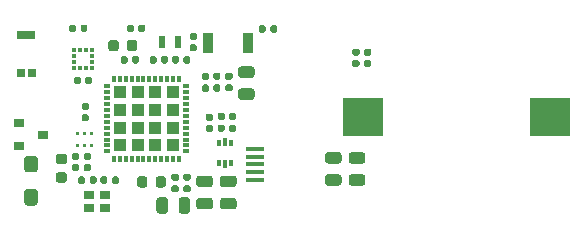
<source format=gbr>
%TF.GenerationSoftware,KiCad,Pcbnew,5.1.6-c6e7f7d~87~ubuntu18.04.1*%
%TF.CreationDate,2020-08-02T20:24:30+02:00*%
%TF.ProjectId,SKnob,534b6e6f-622e-46b6-9963-61645f706362,1.0*%
%TF.SameCoordinates,Original*%
%TF.FileFunction,Paste,Top*%
%TF.FilePolarity,Positive*%
%FSLAX46Y46*%
G04 Gerber Fmt 4.6, Leading zero omitted, Abs format (unit mm)*
G04 Created by KiCad (PCBNEW 5.1.6-c6e7f7d~87~ubuntu18.04.1) date 2020-08-02 20:24:30*
%MOMM*%
%LPD*%
G01*
G04 APERTURE LIST*
%ADD10R,0.600000X1.100000*%
%ADD11R,0.375000X0.500000*%
%ADD12R,0.300000X0.650000*%
%ADD13R,1.500000X0.450000*%
%ADD14R,0.900000X0.800000*%
%ADD15R,0.650000X0.800000*%
%ADD16R,1.600000X0.800000*%
%ADD17R,1.000000X1.000000*%
%ADD18R,0.304800X0.558800*%
%ADD19R,0.558800X0.304800*%
%ADD20R,0.900000X1.700000*%
%ADD21R,0.410000X0.350000*%
%ADD22R,0.350000X0.410000*%
%ADD23R,3.500000X3.300000*%
G04 APERTURE END LIST*
D10*
%TO.C,Y2*%
X117475000Y-74175000D03*
X116075000Y-74175000D03*
%TD*%
%TO.C,C15*%
G36*
G01*
X119243750Y-87350000D02*
X120156250Y-87350000D01*
G75*
G02*
X120400000Y-87593750I0J-243750D01*
G01*
X120400000Y-88081250D01*
G75*
G02*
X120156250Y-88325000I-243750J0D01*
G01*
X119243750Y-88325000D01*
G75*
G02*
X119000000Y-88081250I0J243750D01*
G01*
X119000000Y-87593750D01*
G75*
G02*
X119243750Y-87350000I243750J0D01*
G01*
G37*
G36*
G01*
X119243750Y-85475000D02*
X120156250Y-85475000D01*
G75*
G02*
X120400000Y-85718750I0J-243750D01*
G01*
X120400000Y-86206250D01*
G75*
G02*
X120156250Y-86450000I-243750J0D01*
G01*
X119243750Y-86450000D01*
G75*
G02*
X119000000Y-86206250I0J243750D01*
G01*
X119000000Y-85718750D01*
G75*
G02*
X119243750Y-85475000I243750J0D01*
G01*
G37*
%TD*%
D11*
%TO.C,U3*%
X121949500Y-84416000D03*
X120874500Y-84416000D03*
D12*
X121412000Y-82641000D03*
X121412000Y-84491000D03*
D11*
X120874500Y-82716000D03*
X121949500Y-82716000D03*
%TD*%
D13*
%TO.C,J1*%
X123975000Y-85800000D03*
X123975000Y-83200000D03*
X123975000Y-85150000D03*
X123975000Y-83850000D03*
X123975000Y-84500000D03*
%TD*%
D14*
%TO.C,Q1*%
X106000000Y-82000000D03*
X104000000Y-82950000D03*
X104000000Y-81050000D03*
%TD*%
%TO.C,BZ1*%
G36*
G01*
X104400000Y-87700000D02*
X104400000Y-86900000D01*
G75*
G02*
X104700000Y-86600000I300000J0D01*
G01*
X105300000Y-86600000D01*
G75*
G02*
X105600000Y-86900000I0J-300000D01*
G01*
X105600000Y-87700000D01*
G75*
G02*
X105300000Y-88000000I-300000J0D01*
G01*
X104700000Y-88000000D01*
G75*
G02*
X104400000Y-87700000I0J300000D01*
G01*
G37*
G36*
G01*
X104400000Y-84900000D02*
X104400000Y-84100000D01*
G75*
G02*
X104700000Y-83800000I300000J0D01*
G01*
X105300000Y-83800000D01*
G75*
G02*
X105600000Y-84100000I0J-300000D01*
G01*
X105600000Y-84900000D01*
G75*
G02*
X105300000Y-85200000I-300000J0D01*
G01*
X104700000Y-85200000D01*
G75*
G02*
X104400000Y-84900000I0J300000D01*
G01*
G37*
%TD*%
%TO.C,Y1*%
X111270000Y-88210000D03*
X109870000Y-88210000D03*
X109870000Y-87110000D03*
X111270000Y-87110000D03*
%TD*%
D15*
%TO.C,ANT1*%
X104125000Y-76800000D03*
X105075000Y-76800000D03*
D16*
X104600000Y-73600000D03*
%TD*%
D17*
%TO.C,U1*%
X114020000Y-82910000D03*
X114020000Y-81410000D03*
X114020000Y-79910000D03*
X112520000Y-82910000D03*
X112520000Y-81410000D03*
X112520000Y-79910000D03*
X112520000Y-78410000D03*
X114020000Y-78410000D03*
X115520000Y-78410000D03*
X115520000Y-79910000D03*
X115520000Y-81410000D03*
X115520000Y-82910000D03*
X117020000Y-82910000D03*
X117020000Y-81410000D03*
X117020000Y-79910000D03*
X117020000Y-78410000D03*
D18*
X117520693Y-77285000D03*
X117020567Y-77285000D03*
X116520441Y-77285000D03*
X116020315Y-77285000D03*
X115520189Y-77285000D03*
X115020063Y-77285000D03*
X114519937Y-77285000D03*
X114019811Y-77285000D03*
X113519685Y-77285000D03*
X113019559Y-77285000D03*
X112519433Y-77285000D03*
X112019307Y-77285000D03*
D19*
X111395000Y-77909307D03*
X111395000Y-78409433D03*
X111395000Y-78909559D03*
X111395000Y-79409685D03*
X111395000Y-79909811D03*
X111395000Y-80409937D03*
X111395000Y-80910063D03*
X111395000Y-81410189D03*
X111395000Y-81910315D03*
X111395000Y-82410441D03*
X111395000Y-82910567D03*
X111395000Y-83410693D03*
D18*
X112019307Y-84035000D03*
X112519433Y-84035000D03*
X113019559Y-84035000D03*
X113519685Y-84035000D03*
X114019811Y-84035000D03*
X114519937Y-84035000D03*
X115020063Y-84035000D03*
X115520189Y-84035000D03*
X116020315Y-84035000D03*
X116520441Y-84035000D03*
X117020567Y-84035000D03*
X117520693Y-84035000D03*
D19*
X118145000Y-83410693D03*
X118145000Y-82910567D03*
X118145000Y-82410441D03*
X118145000Y-81910315D03*
X118145000Y-81410189D03*
X118145000Y-80910063D03*
X118145000Y-80409937D03*
X118145000Y-79909811D03*
X118145000Y-79409685D03*
X118145000Y-78909559D03*
X118145000Y-78409433D03*
X118145000Y-77909307D03*
%TD*%
D20*
%TO.C,SW1*%
X123375000Y-74250000D03*
X119975000Y-74250000D03*
%TD*%
%TO.C,FLT1*%
G36*
G01*
X110042000Y-82770000D02*
X110192000Y-82770000D01*
G75*
G02*
X110267000Y-82845000I0J-75000D01*
G01*
X110267000Y-82995000D01*
G75*
G02*
X110192000Y-83070000I-75000J0D01*
G01*
X110042000Y-83070000D01*
G75*
G02*
X109967000Y-82995000I0J75000D01*
G01*
X109967000Y-82845000D01*
G75*
G02*
X110042000Y-82770000I75000J0D01*
G01*
G37*
G36*
G01*
X109455000Y-82770000D02*
X109605000Y-82770000D01*
G75*
G02*
X109680000Y-82845000I0J-75000D01*
G01*
X109680000Y-82995000D01*
G75*
G02*
X109605000Y-83070000I-75000J0D01*
G01*
X109455000Y-83070000D01*
G75*
G02*
X109380000Y-82995000I0J75000D01*
G01*
X109380000Y-82845000D01*
G75*
G02*
X109455000Y-82770000I75000J0D01*
G01*
G37*
G36*
G01*
X108868000Y-82770000D02*
X109018000Y-82770000D01*
G75*
G02*
X109093000Y-82845000I0J-75000D01*
G01*
X109093000Y-82995000D01*
G75*
G02*
X109018000Y-83070000I-75000J0D01*
G01*
X108868000Y-83070000D01*
G75*
G02*
X108793000Y-82995000I0J75000D01*
G01*
X108793000Y-82845000D01*
G75*
G02*
X108868000Y-82770000I75000J0D01*
G01*
G37*
G36*
G01*
X108868000Y-81770000D02*
X109018000Y-81770000D01*
G75*
G02*
X109093000Y-81845000I0J-75000D01*
G01*
X109093000Y-81995000D01*
G75*
G02*
X109018000Y-82070000I-75000J0D01*
G01*
X108868000Y-82070000D01*
G75*
G02*
X108793000Y-81995000I0J75000D01*
G01*
X108793000Y-81845000D01*
G75*
G02*
X108868000Y-81770000I75000J0D01*
G01*
G37*
G36*
G01*
X109455000Y-81770000D02*
X109605000Y-81770000D01*
G75*
G02*
X109680000Y-81845000I0J-75000D01*
G01*
X109680000Y-81995000D01*
G75*
G02*
X109605000Y-82070000I-75000J0D01*
G01*
X109455000Y-82070000D01*
G75*
G02*
X109380000Y-81995000I0J75000D01*
G01*
X109380000Y-81845000D01*
G75*
G02*
X109455000Y-81770000I75000J0D01*
G01*
G37*
G36*
G01*
X110042000Y-81770000D02*
X110192000Y-81770000D01*
G75*
G02*
X110267000Y-81845000I0J-75000D01*
G01*
X110267000Y-81995000D01*
G75*
G02*
X110192000Y-82070000I-75000J0D01*
G01*
X110042000Y-82070000D01*
G75*
G02*
X109967000Y-81995000I0J75000D01*
G01*
X109967000Y-81845000D01*
G75*
G02*
X110042000Y-81770000I75000J0D01*
G01*
G37*
%TD*%
D21*
%TO.C,U2*%
X110150000Y-75350000D03*
X110150000Y-75850000D03*
D22*
X110150000Y-76350000D03*
X109650000Y-76350000D03*
X109150000Y-76350000D03*
X108650000Y-76350000D03*
D21*
X108650000Y-75850000D03*
X108650000Y-75350000D03*
D22*
X108650000Y-74850000D03*
X109150000Y-74850000D03*
X109650000Y-74850000D03*
X110150000Y-74850000D03*
%TD*%
%TO.C,L4*%
G36*
G01*
X115550000Y-86256250D02*
X115550000Y-85743750D01*
G75*
G02*
X115768750Y-85525000I218750J0D01*
G01*
X116206250Y-85525000D01*
G75*
G02*
X116425000Y-85743750I0J-218750D01*
G01*
X116425000Y-86256250D01*
G75*
G02*
X116206250Y-86475000I-218750J0D01*
G01*
X115768750Y-86475000D01*
G75*
G02*
X115550000Y-86256250I0J218750D01*
G01*
G37*
G36*
G01*
X113975000Y-86256250D02*
X113975000Y-85743750D01*
G75*
G02*
X114193750Y-85525000I218750J0D01*
G01*
X114631250Y-85525000D01*
G75*
G02*
X114850000Y-85743750I0J-218750D01*
G01*
X114850000Y-86256250D01*
G75*
G02*
X114631250Y-86475000I-218750J0D01*
G01*
X114193750Y-86475000D01*
G75*
G02*
X113975000Y-86256250I0J218750D01*
G01*
G37*
%TD*%
%TO.C,D1*%
G36*
G01*
X124885000Y-72877500D02*
X124885000Y-73222500D01*
G75*
G02*
X124737500Y-73370000I-147500J0D01*
G01*
X124442500Y-73370000D01*
G75*
G02*
X124295000Y-73222500I0J147500D01*
G01*
X124295000Y-72877500D01*
G75*
G02*
X124442500Y-72730000I147500J0D01*
G01*
X124737500Y-72730000D01*
G75*
G02*
X124885000Y-72877500I0J-147500D01*
G01*
G37*
G36*
G01*
X125855000Y-72877500D02*
X125855000Y-73222500D01*
G75*
G02*
X125707500Y-73370000I-147500J0D01*
G01*
X125412500Y-73370000D01*
G75*
G02*
X125265000Y-73222500I0J147500D01*
G01*
X125265000Y-72877500D01*
G75*
G02*
X125412500Y-72730000I147500J0D01*
G01*
X125707500Y-72730000D01*
G75*
G02*
X125855000Y-72877500I0J-147500D01*
G01*
G37*
%TD*%
%TO.C,C23*%
G36*
G01*
X118577500Y-74365000D02*
X118922500Y-74365000D01*
G75*
G02*
X119070000Y-74512500I0J-147500D01*
G01*
X119070000Y-74807500D01*
G75*
G02*
X118922500Y-74955000I-147500J0D01*
G01*
X118577500Y-74955000D01*
G75*
G02*
X118430000Y-74807500I0J147500D01*
G01*
X118430000Y-74512500D01*
G75*
G02*
X118577500Y-74365000I147500J0D01*
G01*
G37*
G36*
G01*
X118577500Y-73395000D02*
X118922500Y-73395000D01*
G75*
G02*
X119070000Y-73542500I0J-147500D01*
G01*
X119070000Y-73837500D01*
G75*
G02*
X118922500Y-73985000I-147500J0D01*
G01*
X118577500Y-73985000D01*
G75*
G02*
X118430000Y-73837500I0J147500D01*
G01*
X118430000Y-73542500D01*
G75*
G02*
X118577500Y-73395000I147500J0D01*
G01*
G37*
%TD*%
%TO.C,C27*%
G36*
G01*
X109210000Y-77227500D02*
X109210000Y-77572500D01*
G75*
G02*
X109062500Y-77720000I-147500J0D01*
G01*
X108767500Y-77720000D01*
G75*
G02*
X108620000Y-77572500I0J147500D01*
G01*
X108620000Y-77227500D01*
G75*
G02*
X108767500Y-77080000I147500J0D01*
G01*
X109062500Y-77080000D01*
G75*
G02*
X109210000Y-77227500I0J-147500D01*
G01*
G37*
G36*
G01*
X110180000Y-77227500D02*
X110180000Y-77572500D01*
G75*
G02*
X110032500Y-77720000I-147500J0D01*
G01*
X109737500Y-77720000D01*
G75*
G02*
X109590000Y-77572500I0J147500D01*
G01*
X109590000Y-77227500D01*
G75*
G02*
X109737500Y-77080000I147500J0D01*
G01*
X110032500Y-77080000D01*
G75*
G02*
X110180000Y-77227500I0J-147500D01*
G01*
G37*
%TD*%
%TO.C,R4*%
G36*
G01*
X108810000Y-72827500D02*
X108810000Y-73172500D01*
G75*
G02*
X108662500Y-73320000I-147500J0D01*
G01*
X108367500Y-73320000D01*
G75*
G02*
X108220000Y-73172500I0J147500D01*
G01*
X108220000Y-72827500D01*
G75*
G02*
X108367500Y-72680000I147500J0D01*
G01*
X108662500Y-72680000D01*
G75*
G02*
X108810000Y-72827500I0J-147500D01*
G01*
G37*
G36*
G01*
X109780000Y-72827500D02*
X109780000Y-73172500D01*
G75*
G02*
X109632500Y-73320000I-147500J0D01*
G01*
X109337500Y-73320000D01*
G75*
G02*
X109190000Y-73172500I0J147500D01*
G01*
X109190000Y-72827500D01*
G75*
G02*
X109337500Y-72680000I147500J0D01*
G01*
X109632500Y-72680000D01*
G75*
G02*
X109780000Y-72827500I0J-147500D01*
G01*
G37*
%TD*%
D23*
%TO.C,BT1*%
X148900000Y-80500000D03*
X133100000Y-80500000D03*
%TD*%
%TO.C,C26*%
G36*
G01*
X132143750Y-85350000D02*
X133056250Y-85350000D01*
G75*
G02*
X133300000Y-85593750I0J-243750D01*
G01*
X133300000Y-86081250D01*
G75*
G02*
X133056250Y-86325000I-243750J0D01*
G01*
X132143750Y-86325000D01*
G75*
G02*
X131900000Y-86081250I0J243750D01*
G01*
X131900000Y-85593750D01*
G75*
G02*
X132143750Y-85350000I243750J0D01*
G01*
G37*
G36*
G01*
X132143750Y-83475000D02*
X133056250Y-83475000D01*
G75*
G02*
X133300000Y-83718750I0J-243750D01*
G01*
X133300000Y-84206250D01*
G75*
G02*
X133056250Y-84450000I-243750J0D01*
G01*
X132143750Y-84450000D01*
G75*
G02*
X131900000Y-84206250I0J243750D01*
G01*
X131900000Y-83718750D01*
G75*
G02*
X132143750Y-83475000I243750J0D01*
G01*
G37*
%TD*%
%TO.C,C25*%
G36*
G01*
X130143750Y-85350000D02*
X131056250Y-85350000D01*
G75*
G02*
X131300000Y-85593750I0J-243750D01*
G01*
X131300000Y-86081250D01*
G75*
G02*
X131056250Y-86325000I-243750J0D01*
G01*
X130143750Y-86325000D01*
G75*
G02*
X129900000Y-86081250I0J243750D01*
G01*
X129900000Y-85593750D01*
G75*
G02*
X130143750Y-85350000I243750J0D01*
G01*
G37*
G36*
G01*
X130143750Y-83475000D02*
X131056250Y-83475000D01*
G75*
G02*
X131300000Y-83718750I0J-243750D01*
G01*
X131300000Y-84206250D01*
G75*
G02*
X131056250Y-84450000I-243750J0D01*
G01*
X130143750Y-84450000D01*
G75*
G02*
X129900000Y-84206250I0J243750D01*
G01*
X129900000Y-83718750D01*
G75*
G02*
X130143750Y-83475000I243750J0D01*
G01*
G37*
%TD*%
%TO.C,C24*%
G36*
G01*
X132672500Y-75310000D02*
X132327500Y-75310000D01*
G75*
G02*
X132180000Y-75162500I0J147500D01*
G01*
X132180000Y-74867500D01*
G75*
G02*
X132327500Y-74720000I147500J0D01*
G01*
X132672500Y-74720000D01*
G75*
G02*
X132820000Y-74867500I0J-147500D01*
G01*
X132820000Y-75162500D01*
G75*
G02*
X132672500Y-75310000I-147500J0D01*
G01*
G37*
G36*
G01*
X132672500Y-76280000D02*
X132327500Y-76280000D01*
G75*
G02*
X132180000Y-76132500I0J147500D01*
G01*
X132180000Y-75837500D01*
G75*
G02*
X132327500Y-75690000I147500J0D01*
G01*
X132672500Y-75690000D01*
G75*
G02*
X132820000Y-75837500I0J-147500D01*
G01*
X132820000Y-76132500D01*
G75*
G02*
X132672500Y-76280000I-147500J0D01*
G01*
G37*
%TD*%
%TO.C,C22*%
G36*
G01*
X133672500Y-75310000D02*
X133327500Y-75310000D01*
G75*
G02*
X133180000Y-75162500I0J147500D01*
G01*
X133180000Y-74867500D01*
G75*
G02*
X133327500Y-74720000I147500J0D01*
G01*
X133672500Y-74720000D01*
G75*
G02*
X133820000Y-74867500I0J-147500D01*
G01*
X133820000Y-75162500D01*
G75*
G02*
X133672500Y-75310000I-147500J0D01*
G01*
G37*
G36*
G01*
X133672500Y-76280000D02*
X133327500Y-76280000D01*
G75*
G02*
X133180000Y-76132500I0J147500D01*
G01*
X133180000Y-75837500D01*
G75*
G02*
X133327500Y-75690000I147500J0D01*
G01*
X133672500Y-75690000D01*
G75*
G02*
X133820000Y-75837500I0J-147500D01*
G01*
X133820000Y-76132500D01*
G75*
G02*
X133672500Y-76280000I-147500J0D01*
G01*
G37*
%TD*%
%TO.C,R2*%
G36*
G01*
X114090000Y-73172500D02*
X114090000Y-72827500D01*
G75*
G02*
X114237500Y-72680000I147500J0D01*
G01*
X114532500Y-72680000D01*
G75*
G02*
X114680000Y-72827500I0J-147500D01*
G01*
X114680000Y-73172500D01*
G75*
G02*
X114532500Y-73320000I-147500J0D01*
G01*
X114237500Y-73320000D01*
G75*
G02*
X114090000Y-73172500I0J147500D01*
G01*
G37*
G36*
G01*
X113120000Y-73172500D02*
X113120000Y-72827500D01*
G75*
G02*
X113267500Y-72680000I147500J0D01*
G01*
X113562500Y-72680000D01*
G75*
G02*
X113710000Y-72827500I0J-147500D01*
G01*
X113710000Y-73172500D01*
G75*
G02*
X113562500Y-73320000I-147500J0D01*
G01*
X113267500Y-73320000D01*
G75*
G02*
X113120000Y-73172500I0J147500D01*
G01*
G37*
%TD*%
%TO.C,R1*%
G36*
G01*
X121380000Y-81287500D02*
X121380000Y-81632500D01*
G75*
G02*
X121232500Y-81780000I-147500J0D01*
G01*
X120937500Y-81780000D01*
G75*
G02*
X120790000Y-81632500I0J147500D01*
G01*
X120790000Y-81287500D01*
G75*
G02*
X120937500Y-81140000I147500J0D01*
G01*
X121232500Y-81140000D01*
G75*
G02*
X121380000Y-81287500I0J-147500D01*
G01*
G37*
G36*
G01*
X122350000Y-81287500D02*
X122350000Y-81632500D01*
G75*
G02*
X122202500Y-81780000I-147500J0D01*
G01*
X121907500Y-81780000D01*
G75*
G02*
X121760000Y-81632500I0J147500D01*
G01*
X121760000Y-81287500D01*
G75*
G02*
X121907500Y-81140000I147500J0D01*
G01*
X122202500Y-81140000D01*
G75*
G02*
X122350000Y-81287500I0J-147500D01*
G01*
G37*
%TD*%
%TO.C,C21*%
G36*
G01*
X121922500Y-77360000D02*
X121577500Y-77360000D01*
G75*
G02*
X121430000Y-77212500I0J147500D01*
G01*
X121430000Y-76917500D01*
G75*
G02*
X121577500Y-76770000I147500J0D01*
G01*
X121922500Y-76770000D01*
G75*
G02*
X122070000Y-76917500I0J-147500D01*
G01*
X122070000Y-77212500D01*
G75*
G02*
X121922500Y-77360000I-147500J0D01*
G01*
G37*
G36*
G01*
X121922500Y-78330000D02*
X121577500Y-78330000D01*
G75*
G02*
X121430000Y-78182500I0J147500D01*
G01*
X121430000Y-77887500D01*
G75*
G02*
X121577500Y-77740000I147500J0D01*
G01*
X121922500Y-77740000D01*
G75*
G02*
X122070000Y-77887500I0J-147500D01*
G01*
X122070000Y-78182500D01*
G75*
G02*
X121922500Y-78330000I-147500J0D01*
G01*
G37*
%TD*%
%TO.C,C20*%
G36*
G01*
X123686250Y-77190000D02*
X122773750Y-77190000D01*
G75*
G02*
X122530000Y-76946250I0J243750D01*
G01*
X122530000Y-76458750D01*
G75*
G02*
X122773750Y-76215000I243750J0D01*
G01*
X123686250Y-76215000D01*
G75*
G02*
X123930000Y-76458750I0J-243750D01*
G01*
X123930000Y-76946250D01*
G75*
G02*
X123686250Y-77190000I-243750J0D01*
G01*
G37*
G36*
G01*
X123686250Y-79065000D02*
X122773750Y-79065000D01*
G75*
G02*
X122530000Y-78821250I0J243750D01*
G01*
X122530000Y-78333750D01*
G75*
G02*
X122773750Y-78090000I243750J0D01*
G01*
X123686250Y-78090000D01*
G75*
G02*
X123930000Y-78333750I0J-243750D01*
G01*
X123930000Y-78821250D01*
G75*
G02*
X123686250Y-79065000I-243750J0D01*
G01*
G37*
%TD*%
%TO.C,C19*%
G36*
G01*
X115640000Y-75487500D02*
X115640000Y-75832500D01*
G75*
G02*
X115492500Y-75980000I-147500J0D01*
G01*
X115197500Y-75980000D01*
G75*
G02*
X115050000Y-75832500I0J147500D01*
G01*
X115050000Y-75487500D01*
G75*
G02*
X115197500Y-75340000I147500J0D01*
G01*
X115492500Y-75340000D01*
G75*
G02*
X115640000Y-75487500I0J-147500D01*
G01*
G37*
G36*
G01*
X116610000Y-75487500D02*
X116610000Y-75832500D01*
G75*
G02*
X116462500Y-75980000I-147500J0D01*
G01*
X116167500Y-75980000D01*
G75*
G02*
X116020000Y-75832500I0J147500D01*
G01*
X116020000Y-75487500D01*
G75*
G02*
X116167500Y-75340000I147500J0D01*
G01*
X116462500Y-75340000D01*
G75*
G02*
X116610000Y-75487500I0J-147500D01*
G01*
G37*
%TD*%
%TO.C,C18*%
G36*
G01*
X109580000Y-85687500D02*
X109580000Y-86032500D01*
G75*
G02*
X109432500Y-86180000I-147500J0D01*
G01*
X109137500Y-86180000D01*
G75*
G02*
X108990000Y-86032500I0J147500D01*
G01*
X108990000Y-85687500D01*
G75*
G02*
X109137500Y-85540000I147500J0D01*
G01*
X109432500Y-85540000D01*
G75*
G02*
X109580000Y-85687500I0J-147500D01*
G01*
G37*
G36*
G01*
X110550000Y-85687500D02*
X110550000Y-86032500D01*
G75*
G02*
X110402500Y-86180000I-147500J0D01*
G01*
X110107500Y-86180000D01*
G75*
G02*
X109960000Y-86032500I0J147500D01*
G01*
X109960000Y-85687500D01*
G75*
G02*
X110107500Y-85540000I147500J0D01*
G01*
X110402500Y-85540000D01*
G75*
G02*
X110550000Y-85687500I0J-147500D01*
G01*
G37*
%TD*%
%TO.C,C17*%
G36*
G01*
X117905000Y-75832500D02*
X117905000Y-75487500D01*
G75*
G02*
X118052500Y-75340000I147500J0D01*
G01*
X118347500Y-75340000D01*
G75*
G02*
X118495000Y-75487500I0J-147500D01*
G01*
X118495000Y-75832500D01*
G75*
G02*
X118347500Y-75980000I-147500J0D01*
G01*
X118052500Y-75980000D01*
G75*
G02*
X117905000Y-75832500I0J147500D01*
G01*
G37*
G36*
G01*
X116935000Y-75832500D02*
X116935000Y-75487500D01*
G75*
G02*
X117082500Y-75340000I147500J0D01*
G01*
X117377500Y-75340000D01*
G75*
G02*
X117525000Y-75487500I0J-147500D01*
G01*
X117525000Y-75832500D01*
G75*
G02*
X117377500Y-75980000I-147500J0D01*
G01*
X117082500Y-75980000D01*
G75*
G02*
X116935000Y-75832500I0J147500D01*
G01*
G37*
%TD*%
%TO.C,C16*%
G36*
G01*
X111845000Y-86032500D02*
X111845000Y-85687500D01*
G75*
G02*
X111992500Y-85540000I147500J0D01*
G01*
X112287500Y-85540000D01*
G75*
G02*
X112435000Y-85687500I0J-147500D01*
G01*
X112435000Y-86032500D01*
G75*
G02*
X112287500Y-86180000I-147500J0D01*
G01*
X111992500Y-86180000D01*
G75*
G02*
X111845000Y-86032500I0J147500D01*
G01*
G37*
G36*
G01*
X110875000Y-86032500D02*
X110875000Y-85687500D01*
G75*
G02*
X111022500Y-85540000I147500J0D01*
G01*
X111317500Y-85540000D01*
G75*
G02*
X111465000Y-85687500I0J-147500D01*
G01*
X111465000Y-86032500D01*
G75*
G02*
X111317500Y-86180000I-147500J0D01*
G01*
X111022500Y-86180000D01*
G75*
G02*
X110875000Y-86032500I0J147500D01*
G01*
G37*
%TD*%
%TO.C,C14*%
G36*
G01*
X118027500Y-86290000D02*
X118372500Y-86290000D01*
G75*
G02*
X118520000Y-86437500I0J-147500D01*
G01*
X118520000Y-86732500D01*
G75*
G02*
X118372500Y-86880000I-147500J0D01*
G01*
X118027500Y-86880000D01*
G75*
G02*
X117880000Y-86732500I0J147500D01*
G01*
X117880000Y-86437500D01*
G75*
G02*
X118027500Y-86290000I147500J0D01*
G01*
G37*
G36*
G01*
X118027500Y-85320000D02*
X118372500Y-85320000D01*
G75*
G02*
X118520000Y-85467500I0J-147500D01*
G01*
X118520000Y-85762500D01*
G75*
G02*
X118372500Y-85910000I-147500J0D01*
G01*
X118027500Y-85910000D01*
G75*
G02*
X117880000Y-85762500I0J147500D01*
G01*
X117880000Y-85467500D01*
G75*
G02*
X118027500Y-85320000I147500J0D01*
G01*
G37*
%TD*%
%TO.C,C13*%
G36*
G01*
X117487500Y-88456250D02*
X117487500Y-87543750D01*
G75*
G02*
X117731250Y-87300000I243750J0D01*
G01*
X118218750Y-87300000D01*
G75*
G02*
X118462500Y-87543750I0J-243750D01*
G01*
X118462500Y-88456250D01*
G75*
G02*
X118218750Y-88700000I-243750J0D01*
G01*
X117731250Y-88700000D01*
G75*
G02*
X117487500Y-88456250I0J243750D01*
G01*
G37*
G36*
G01*
X115612500Y-88456250D02*
X115612500Y-87543750D01*
G75*
G02*
X115856250Y-87300000I243750J0D01*
G01*
X116343750Y-87300000D01*
G75*
G02*
X116587500Y-87543750I0J-243750D01*
G01*
X116587500Y-88456250D01*
G75*
G02*
X116343750Y-88700000I-243750J0D01*
G01*
X115856250Y-88700000D01*
G75*
G02*
X115612500Y-88456250I0J243750D01*
G01*
G37*
%TD*%
%TO.C,C12*%
G36*
G01*
X120445000Y-77232500D02*
X120445000Y-76887500D01*
G75*
G02*
X120592500Y-76740000I147500J0D01*
G01*
X120887500Y-76740000D01*
G75*
G02*
X121035000Y-76887500I0J-147500D01*
G01*
X121035000Y-77232500D01*
G75*
G02*
X120887500Y-77380000I-147500J0D01*
G01*
X120592500Y-77380000D01*
G75*
G02*
X120445000Y-77232500I0J147500D01*
G01*
G37*
G36*
G01*
X119475000Y-77232500D02*
X119475000Y-76887500D01*
G75*
G02*
X119622500Y-76740000I147500J0D01*
G01*
X119917500Y-76740000D01*
G75*
G02*
X120065000Y-76887500I0J-147500D01*
G01*
X120065000Y-77232500D01*
G75*
G02*
X119917500Y-77380000I-147500J0D01*
G01*
X119622500Y-77380000D01*
G75*
G02*
X119475000Y-77232500I0J147500D01*
G01*
G37*
%TD*%
%TO.C,C11*%
G36*
G01*
X120272500Y-80810000D02*
X119927500Y-80810000D01*
G75*
G02*
X119780000Y-80662500I0J147500D01*
G01*
X119780000Y-80367500D01*
G75*
G02*
X119927500Y-80220000I147500J0D01*
G01*
X120272500Y-80220000D01*
G75*
G02*
X120420000Y-80367500I0J-147500D01*
G01*
X120420000Y-80662500D01*
G75*
G02*
X120272500Y-80810000I-147500J0D01*
G01*
G37*
G36*
G01*
X120272500Y-81780000D02*
X119927500Y-81780000D01*
G75*
G02*
X119780000Y-81632500I0J147500D01*
G01*
X119780000Y-81337500D01*
G75*
G02*
X119927500Y-81190000I147500J0D01*
G01*
X120272500Y-81190000D01*
G75*
G02*
X120420000Y-81337500I0J-147500D01*
G01*
X120420000Y-81632500D01*
G75*
G02*
X120272500Y-81780000I-147500J0D01*
G01*
G37*
%TD*%
%TO.C,C6*%
G36*
G01*
X121243750Y-87350000D02*
X122156250Y-87350000D01*
G75*
G02*
X122400000Y-87593750I0J-243750D01*
G01*
X122400000Y-88081250D01*
G75*
G02*
X122156250Y-88325000I-243750J0D01*
G01*
X121243750Y-88325000D01*
G75*
G02*
X121000000Y-88081250I0J243750D01*
G01*
X121000000Y-87593750D01*
G75*
G02*
X121243750Y-87350000I243750J0D01*
G01*
G37*
G36*
G01*
X121243750Y-85475000D02*
X122156250Y-85475000D01*
G75*
G02*
X122400000Y-85718750I0J-243750D01*
G01*
X122400000Y-86206250D01*
G75*
G02*
X122156250Y-86450000I-243750J0D01*
G01*
X121243750Y-86450000D01*
G75*
G02*
X121000000Y-86206250I0J243750D01*
G01*
X121000000Y-85718750D01*
G75*
G02*
X121243750Y-85475000I243750J0D01*
G01*
G37*
%TD*%
%TO.C,C1*%
G36*
G01*
X121380000Y-80287500D02*
X121380000Y-80632500D01*
G75*
G02*
X121232500Y-80780000I-147500J0D01*
G01*
X120937500Y-80780000D01*
G75*
G02*
X120790000Y-80632500I0J147500D01*
G01*
X120790000Y-80287500D01*
G75*
G02*
X120937500Y-80140000I147500J0D01*
G01*
X121232500Y-80140000D01*
G75*
G02*
X121380000Y-80287500I0J-147500D01*
G01*
G37*
G36*
G01*
X122350000Y-80287500D02*
X122350000Y-80632500D01*
G75*
G02*
X122202500Y-80780000I-147500J0D01*
G01*
X121907500Y-80780000D01*
G75*
G02*
X121760000Y-80632500I0J147500D01*
G01*
X121760000Y-80287500D01*
G75*
G02*
X121907500Y-80140000I147500J0D01*
G01*
X122202500Y-80140000D01*
G75*
G02*
X122350000Y-80287500I0J-147500D01*
G01*
G37*
%TD*%
%TO.C,L2*%
G36*
G01*
X107313750Y-85186000D02*
X107826250Y-85186000D01*
G75*
G02*
X108045000Y-85404750I0J-218750D01*
G01*
X108045000Y-85842250D01*
G75*
G02*
X107826250Y-86061000I-218750J0D01*
G01*
X107313750Y-86061000D01*
G75*
G02*
X107095000Y-85842250I0J218750D01*
G01*
X107095000Y-85404750D01*
G75*
G02*
X107313750Y-85186000I218750J0D01*
G01*
G37*
G36*
G01*
X107313750Y-83611000D02*
X107826250Y-83611000D01*
G75*
G02*
X108045000Y-83829750I0J-218750D01*
G01*
X108045000Y-84267250D01*
G75*
G02*
X107826250Y-84486000I-218750J0D01*
G01*
X107313750Y-84486000D01*
G75*
G02*
X107095000Y-84267250I0J218750D01*
G01*
X107095000Y-83829750D01*
G75*
G02*
X107313750Y-83611000I218750J0D01*
G01*
G37*
%TD*%
%TO.C,L1*%
G36*
G01*
X112420000Y-74203750D02*
X112420000Y-74716250D01*
G75*
G02*
X112201250Y-74935000I-218750J0D01*
G01*
X111763750Y-74935000D01*
G75*
G02*
X111545000Y-74716250I0J218750D01*
G01*
X111545000Y-74203750D01*
G75*
G02*
X111763750Y-73985000I218750J0D01*
G01*
X112201250Y-73985000D01*
G75*
G02*
X112420000Y-74203750I0J-218750D01*
G01*
G37*
G36*
G01*
X113995000Y-74203750D02*
X113995000Y-74716250D01*
G75*
G02*
X113776250Y-74935000I-218750J0D01*
G01*
X113338750Y-74935000D01*
G75*
G02*
X113120000Y-74716250I0J218750D01*
G01*
X113120000Y-74203750D01*
G75*
G02*
X113338750Y-73985000I218750J0D01*
G01*
X113776250Y-73985000D01*
G75*
G02*
X113995000Y-74203750I0J-218750D01*
G01*
G37*
%TD*%
%TO.C,C8*%
G36*
G01*
X117027500Y-86290000D02*
X117372500Y-86290000D01*
G75*
G02*
X117520000Y-86437500I0J-147500D01*
G01*
X117520000Y-86732500D01*
G75*
G02*
X117372500Y-86880000I-147500J0D01*
G01*
X117027500Y-86880000D01*
G75*
G02*
X116880000Y-86732500I0J147500D01*
G01*
X116880000Y-86437500D01*
G75*
G02*
X117027500Y-86290000I147500J0D01*
G01*
G37*
G36*
G01*
X117027500Y-85320000D02*
X117372500Y-85320000D01*
G75*
G02*
X117520000Y-85467500I0J-147500D01*
G01*
X117520000Y-85762500D01*
G75*
G02*
X117372500Y-85910000I-147500J0D01*
G01*
X117027500Y-85910000D01*
G75*
G02*
X116880000Y-85762500I0J147500D01*
G01*
X116880000Y-85467500D01*
G75*
G02*
X117027500Y-85320000I147500J0D01*
G01*
G37*
%TD*%
%TO.C,C7*%
G36*
G01*
X108597500Y-83548000D02*
X108942500Y-83548000D01*
G75*
G02*
X109090000Y-83695500I0J-147500D01*
G01*
X109090000Y-83990500D01*
G75*
G02*
X108942500Y-84138000I-147500J0D01*
G01*
X108597500Y-84138000D01*
G75*
G02*
X108450000Y-83990500I0J147500D01*
G01*
X108450000Y-83695500D01*
G75*
G02*
X108597500Y-83548000I147500J0D01*
G01*
G37*
G36*
G01*
X108597500Y-84518000D02*
X108942500Y-84518000D01*
G75*
G02*
X109090000Y-84665500I0J-147500D01*
G01*
X109090000Y-84960500D01*
G75*
G02*
X108942500Y-85108000I-147500J0D01*
G01*
X108597500Y-85108000D01*
G75*
G02*
X108450000Y-84960500I0J147500D01*
G01*
X108450000Y-84665500D01*
G75*
G02*
X108597500Y-84518000I147500J0D01*
G01*
G37*
%TD*%
%TO.C,C5*%
G36*
G01*
X109597500Y-83548000D02*
X109942500Y-83548000D01*
G75*
G02*
X110090000Y-83695500I0J-147500D01*
G01*
X110090000Y-83990500D01*
G75*
G02*
X109942500Y-84138000I-147500J0D01*
G01*
X109597500Y-84138000D01*
G75*
G02*
X109450000Y-83990500I0J147500D01*
G01*
X109450000Y-83695500D01*
G75*
G02*
X109597500Y-83548000I147500J0D01*
G01*
G37*
G36*
G01*
X109597500Y-84518000D02*
X109942500Y-84518000D01*
G75*
G02*
X110090000Y-84665500I0J-147500D01*
G01*
X110090000Y-84960500D01*
G75*
G02*
X109942500Y-85108000I-147500J0D01*
G01*
X109597500Y-85108000D01*
G75*
G02*
X109450000Y-84960500I0J147500D01*
G01*
X109450000Y-84665500D01*
G75*
G02*
X109597500Y-84518000I147500J0D01*
G01*
G37*
%TD*%
%TO.C,C4*%
G36*
G01*
X113180000Y-75487500D02*
X113180000Y-75832500D01*
G75*
G02*
X113032500Y-75980000I-147500J0D01*
G01*
X112737500Y-75980000D01*
G75*
G02*
X112590000Y-75832500I0J147500D01*
G01*
X112590000Y-75487500D01*
G75*
G02*
X112737500Y-75340000I147500J0D01*
G01*
X113032500Y-75340000D01*
G75*
G02*
X113180000Y-75487500I0J-147500D01*
G01*
G37*
G36*
G01*
X114150000Y-75487500D02*
X114150000Y-75832500D01*
G75*
G02*
X114002500Y-75980000I-147500J0D01*
G01*
X113707500Y-75980000D01*
G75*
G02*
X113560000Y-75832500I0J147500D01*
G01*
X113560000Y-75487500D01*
G75*
G02*
X113707500Y-75340000I147500J0D01*
G01*
X114002500Y-75340000D01*
G75*
G02*
X114150000Y-75487500I0J-147500D01*
G01*
G37*
%TD*%
%TO.C,C3*%
G36*
G01*
X120445000Y-78232500D02*
X120445000Y-77887500D01*
G75*
G02*
X120592500Y-77740000I147500J0D01*
G01*
X120887500Y-77740000D01*
G75*
G02*
X121035000Y-77887500I0J-147500D01*
G01*
X121035000Y-78232500D01*
G75*
G02*
X120887500Y-78380000I-147500J0D01*
G01*
X120592500Y-78380000D01*
G75*
G02*
X120445000Y-78232500I0J147500D01*
G01*
G37*
G36*
G01*
X119475000Y-78232500D02*
X119475000Y-77887500D01*
G75*
G02*
X119622500Y-77740000I147500J0D01*
G01*
X119917500Y-77740000D01*
G75*
G02*
X120065000Y-77887500I0J-147500D01*
G01*
X120065000Y-78232500D01*
G75*
G02*
X119917500Y-78380000I-147500J0D01*
G01*
X119622500Y-78380000D01*
G75*
G02*
X119475000Y-78232500I0J147500D01*
G01*
G37*
%TD*%
%TO.C,C2*%
G36*
G01*
X109772500Y-79910000D02*
X109427500Y-79910000D01*
G75*
G02*
X109280000Y-79762500I0J147500D01*
G01*
X109280000Y-79467500D01*
G75*
G02*
X109427500Y-79320000I147500J0D01*
G01*
X109772500Y-79320000D01*
G75*
G02*
X109920000Y-79467500I0J-147500D01*
G01*
X109920000Y-79762500D01*
G75*
G02*
X109772500Y-79910000I-147500J0D01*
G01*
G37*
G36*
G01*
X109772500Y-80880000D02*
X109427500Y-80880000D01*
G75*
G02*
X109280000Y-80732500I0J147500D01*
G01*
X109280000Y-80437500D01*
G75*
G02*
X109427500Y-80290000I147500J0D01*
G01*
X109772500Y-80290000D01*
G75*
G02*
X109920000Y-80437500I0J-147500D01*
G01*
X109920000Y-80732500D01*
G75*
G02*
X109772500Y-80880000I-147500J0D01*
G01*
G37*
%TD*%
M02*

</source>
